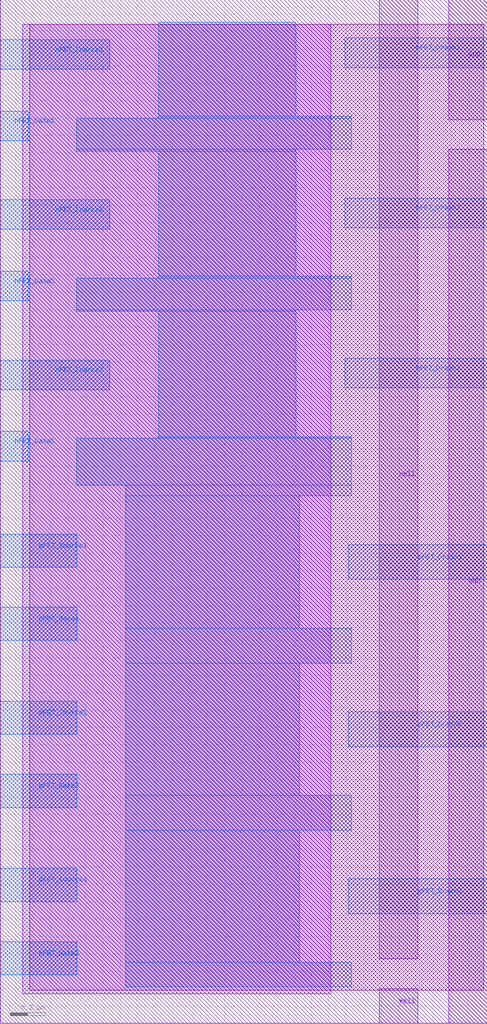
<source format=lef>
VERSION 5.7 ;
  NOWIREEXTENSIONATPIN ON ;
  DIVIDERCHAR "/" ;
  BUSBITCHARS "[]" ;
UNITS
  DATABASE MICRONS 200 ;
END UNITS

LAYER via2
  TYPE CUT ;
END via2

LAYER via
  TYPE CUT ;
END via

LAYER nwell
  TYPE MASTERSLICE ;
END nwell

LAYER via3
  TYPE CUT ;
END via3

LAYER pwell
  TYPE MASTERSLICE ;
END pwell

LAYER via4
  TYPE CUT ;
END via4

LAYER mcon
  TYPE CUT ;
END mcon

LAYER met6
  TYPE ROUTING ;
  WIDTH 0.030000 ;
  SPACING 0.040000 ;
  DIRECTION HORIZONTAL ;
END met6

LAYER met1
  TYPE ROUTING ;
  WIDTH 0.140000 ;
  SPACING 0.140000 ;
  DIRECTION HORIZONTAL ;
END met1

LAYER met3
  TYPE ROUTING ;
  WIDTH 0.300000 ;
  SPACING 0.300000 ;
  DIRECTION HORIZONTAL ;
END met3

LAYER met2
  TYPE ROUTING ;
  WIDTH 0.140000 ;
  SPACING 0.140000 ;
  DIRECTION HORIZONTAL ;
END met2

LAYER met4
  TYPE ROUTING ;
  WIDTH 0.300000 ;
  SPACING 0.300000 ;
  DIRECTION HORIZONTAL ;
END met4

LAYER met5
  TYPE ROUTING ;
  WIDTH 1.600000 ;
  SPACING 1.600000 ;
  DIRECTION HORIZONTAL ;
END met5

LAYER li1
  TYPE ROUTING ;
  WIDTH 0.170000 ;
  SPACING 0.170000 ;
  DIRECTION HORIZONTAL ;
END li1

MACRO sky130_hilas_Trans4small
  CLASS BLOCK ;
  FOREIGN sky130_hilas_Trans4small ;
  ORIGIN -1.910 1.500 ;
  SIZE 2.800 BY 5.880 ;
  PIN nFET_Source1
    USE ANALOG ;
    PORT
      LAYER met2 ;
        RECT 1.910 3.980 2.540 4.150 ;
    END
  END nFET_Source1
  PIN nFET_Gate1
    USE ANALOG ;
    PORT
      LAYER met2 ;
        RECT 1.910 3.570 2.070 3.740 ;
    END
  END nFET_Gate1
  PIN nFET_Source2
    USE ANALOG ;
    PORT
      LAYER met2 ;
        RECT 1.910 3.060 2.540 3.230 ;
    END
  END nFET_Source2
  PIN nFET_Gate2
    USE ANALOG ;
    PORT
      LAYER met2 ;
        RECT 1.910 2.650 2.070 2.820 ;
    END
  END nFET_Gate2
  PIN nFET_Source3
    USE ANALOG ;
    PORT
      LAYER met2 ;
        RECT 1.910 2.140 2.540 2.310 ;
    END
  END nFET_Source3
  PIN nFET_Gate3
    USE ANALOG ;
    PORT
      LAYER met2 ;
        RECT 1.910 1.730 2.070 1.900 ;
    END
  END nFET_Gate3
  PIN pFET_Source1
    USE ANALOG ;
    PORT
      LAYER met2 ;
        RECT 1.910 1.120 2.350 1.310 ;
    END
  END pFET_Source1
  PIN pFET_Gate1
    USE ANALOG ;
    PORT
      LAYER met2 ;
        RECT 1.910 0.700 2.350 0.890 ;
    END
  END pFET_Gate1
  PIN pFET_Source2
    USE ANALOG ;
    PORT
      LAYER met2 ;
        RECT 1.910 0.160 2.350 0.350 ;
    END
  END pFET_Source2
  PIN pFET_Gate2
    USE ANALOG ;
    PORT
      LAYER met2 ;
        RECT 1.910 -0.260 2.350 -0.070 ;
    END
  END pFET_Gate2
  PIN pFET_Source3
    USE ANALOG ;
    PORT
      LAYER met2 ;
        RECT 1.910 -0.800 2.350 -0.610 ;
    END
  END pFET_Source3
  PIN pFET_Gate3
    USE ANALOG ;
    PORT
      LAYER met2 ;
        RECT 1.910 -1.220 2.350 -1.030 ;
    END
  END pFET_Gate3
  PIN Well
    USE POWER ;
    PORT
      LAYER met1 ;
        RECT 4.090 -1.500 4.310 -1.300 ;
    END
    PORT
      LAYER met1 ;
        RECT 4.090 -1.130 4.310 4.380 ;
    END
  END Well
  PIN GND
    USE GROUND ;
    PORT
      LAYER met1 ;
        RECT 4.490 -1.500 4.710 3.520 ;
    END
    PORT
      LAYER met1 ;
        RECT 4.490 3.690 4.710 4.380 ;
    END
  END GND
  PIN pFET_Drain3
    USE ANALOG ;
    PORT
      LAYER met2 ;
        RECT 3.910 -0.870 4.710 -0.670 ;
    END
  END pFET_Drain3
  PIN pFET_Drain2
    USE ANALOG ;
    PORT
      LAYER met2 ;
        RECT 3.910 0.090 4.710 0.290 ;
    END
  END pFET_Drain2
  PIN pFET_Drain1
    USE ANALOG ;
    PORT
      LAYER met2 ;
        RECT 3.910 1.050 4.710 1.250 ;
    END
  END pFET_Drain1
  PIN nFET_Drain3
    USE ANALOG ;
    PORT
      LAYER met2 ;
        RECT 3.890 2.150 4.710 2.320 ;
    END
  END nFET_Drain3
  PIN nFET_Drain2
    USE ANALOG ;
    PORT
      LAYER met2 ;
        RECT 3.890 3.070 4.710 3.240 ;
    END
  END nFET_Drain2
  PIN nFET_Drain1
    USE ANALOG ;
    PORT
      LAYER met2 ;
        RECT 3.890 3.990 4.710 4.160 ;
    END
  END nFET_Drain1
  OBS
      LAYER li1 ;
        RECT 2.080 -1.310 4.690 4.240 ;
      LAYER met1 ;
        RECT 2.040 -1.330 3.810 4.240 ;
      LAYER met2 ;
        RECT 2.820 3.710 3.610 4.250 ;
        RECT 2.820 3.700 3.930 3.710 ;
        RECT 2.350 3.520 3.930 3.700 ;
        RECT 2.350 3.510 3.610 3.520 ;
        RECT 2.820 2.790 3.610 3.510 ;
        RECT 2.820 2.780 3.930 2.790 ;
        RECT 2.350 2.600 3.930 2.780 ;
        RECT 2.350 2.590 3.610 2.600 ;
        RECT 2.820 1.870 3.610 2.590 ;
        RECT 2.820 1.860 3.930 1.870 ;
        RECT 2.350 1.590 3.930 1.860 ;
        RECT 2.630 1.530 3.930 1.590 ;
        RECT 2.630 0.770 3.630 1.530 ;
        RECT 2.630 0.570 3.930 0.770 ;
        RECT 2.630 -0.190 3.630 0.570 ;
        RECT 2.630 -0.390 3.930 -0.190 ;
        RECT 2.630 -1.150 3.630 -0.390 ;
        RECT 2.630 -1.290 3.930 -1.150 ;
  END
END sky130_hilas_Trans4small
END LIBRARY


</source>
